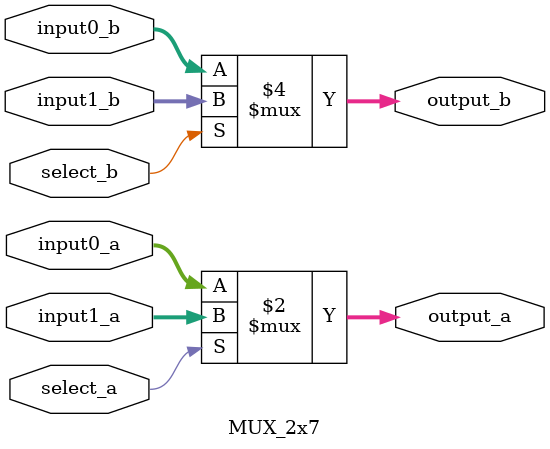
<source format=sv>
module MUX_2x7(
    input logic[6:0] input0_a, // First input of the first pair
    input logic[6:0] input1_a, // Second input of the first pair
    input logic[6:0] input0_b, // First input of the second pair
    input logic[6:0] input1_b, // Second input of the second pair
    input logic select_a,      // Selector for the first pair
    input logic select_b,      // Selector for the second pair
    output logic[6:0] output_a, // Output for the first pair
    output logic[6:0] output_b  // Output for the second pair
);

    // Implementing selection for the first pair
    always_comb begin
        output_a = select_a ? input1_a : input0_a;
    end

    // Implementing selection for the second pair
    always_comb begin
        output_b = select_b ? input1_b : input0_b;
    end

endmodule
</source>
